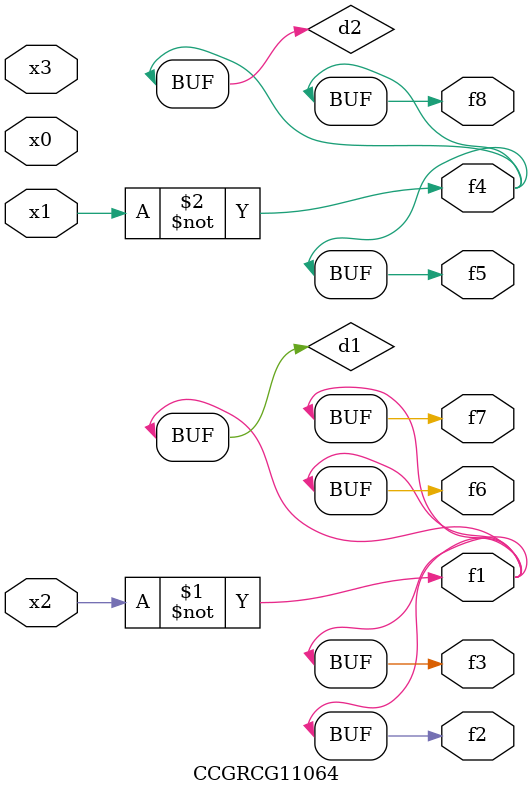
<source format=v>
module CCGRCG11064(
	input x0, x1, x2, x3,
	output f1, f2, f3, f4, f5, f6, f7, f8
);

	wire d1, d2;

	xnor (d1, x2);
	not (d2, x1);
	assign f1 = d1;
	assign f2 = d1;
	assign f3 = d1;
	assign f4 = d2;
	assign f5 = d2;
	assign f6 = d1;
	assign f7 = d1;
	assign f8 = d2;
endmodule

</source>
